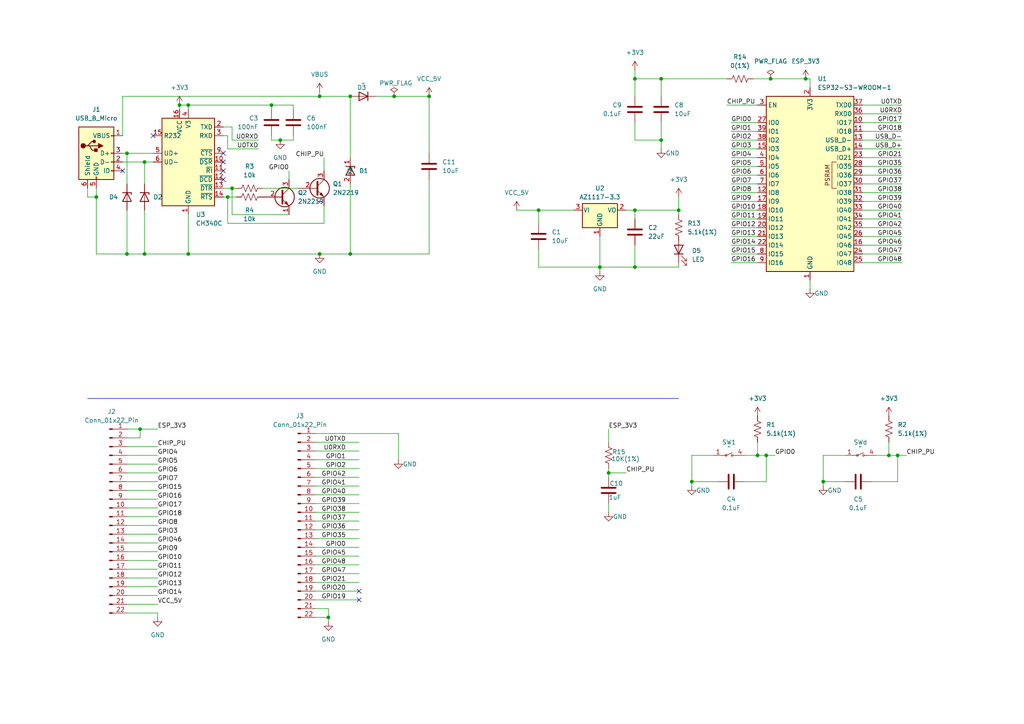
<source format=kicad_sch>
(kicad_sch (version 20231120) (generator "eeschema") (generator_version "8.0")
  (paper "A4")
  (lib_symbols
    (symbol "Button_1"
      (property "Reference" "SW" (at 0.508 0 0))
      (symbol "Button_1_1_1"
        (pin passive line (at -3.81 -2.54 0) (length 2.54) (name "") (number "1"))
        (pin no_connect line (at -1.27 -6.35 90) (length 2.54) hide (name "") (number "2"))
        (pin no_connect line (at 2.54 -6.35 90) (length 2.54) hide (name "") (number "3"))
        (pin passive line (at 5.08 -2.54 180) (length 2.54) (name "") (number "4"))
      )
    )
    (symbol "Connector:Conn_01x22_Pin" (pin_names (offset 1.016) hide)
      (property "Reference" "J" (at 0 27.94 0))
      (property "Value" "Conn_01x22_Pin" (at 0 -30.48 0))
      (symbol "Conn_01x22_Pin_1_1"
        (pin passive line (at 5.08 25.4 180) (length 3.81) (name "Pin_1") (number "1"))
        (pin passive line (at 5.08 2.54 180) (length 3.81) (name "Pin_10") (number "10"))
        (pin passive line (at 5.08 0 180) (length 3.81) (name "Pin_11") (number "11"))
        (pin passive line (at 5.08 -2.54 180) (length 3.81) (name "Pin_12") (number "12"))
        (pin passive line (at 5.08 -5.08 180) (length 3.81) (name "Pin_13") (number "13"))
        (pin passive line (at 5.08 -7.62 180) (length 3.81) (name "Pin_14") (number "14"))
        (pin passive line (at 5.08 -10.16 180) (length 3.81) (name "Pin_15") (number "15"))
        (pin passive line (at 5.08 -12.7 180) (length 3.81) (name "Pin_16") (number "16"))
        (pin passive line (at 5.08 -15.24 180) (length 3.81) (name "Pin_17") (number "17"))
        (pin passive line (at 5.08 -17.78 180) (length 3.81) (name "Pin_18") (number "18"))
        (pin passive line (at 5.08 -20.32 180) (length 3.81) (name "Pin_19") (number "19"))
        (pin passive line (at 5.08 22.86 180) (length 3.81) (name "Pin_2") (number "2"))
        (pin passive line (at 5.08 -22.86 180) (length 3.81) (name "Pin_20") (number "20"))
        (pin passive line (at 5.08 -25.4 180) (length 3.81) (name "Pin_21") (number "21"))
        (pin passive line (at 5.08 -27.94 180) (length 3.81) (name "Pin_22") (number "22"))
        (pin passive line (at 5.08 20.32 180) (length 3.81) (name "Pin_3") (number "3"))
        (pin passive line (at 5.08 17.78 180) (length 3.81) (name "Pin_4") (number "4"))
        (pin passive line (at 5.08 15.24 180) (length 3.81) (name "Pin_5") (number "5"))
        (pin passive line (at 5.08 12.7 180) (length 3.81) (name "Pin_6") (number "6"))
        (pin passive line (at 5.08 10.16 180) (length 3.81) (name "Pin_7") (number "7"))
        (pin passive line (at 5.08 7.62 180) (length 3.81) (name "Pin_8") (number "8"))
        (pin passive line (at 5.08 5.08 180) (length 3.81) (name "Pin_9") (number "9"))
      )
    )
    (symbol "Connector:USB_B_Micro" (pin_names (offset 1.016))
      (property "Reference" "J1" (at 0 12.7 0))
      (property "Value" "USB_B_Micro" (at 0 10.16 0))
      (symbol "USB_B_Micro_1_1"
        (pin power_out line (at 7.62 5.08 180) (length 2.54) (name "VBUS") (number "1"))
        (pin bidirectional line (at 7.62 -2.54 180) (length 2.54) (name "D-") (number "2"))
        (pin bidirectional line (at 7.62 0 180) (length 2.54) (name "D+") (number "3"))
        (pin passive line (at 7.62 -5.08 180) (length 2.54) (name "ID") (number "4"))
        (pin power_out line (at 0 -10.16 90) (length 2.54) (name "GND") (number "5"))
        (pin passive line (at -2.54 -10.16 90) (length 2.54) (name "Shield") (number "6"))
      )
    )
    (symbol "D_Zener_1" (pin_names (offset 1.016))
      (property "Reference" "D" (at 0 2.54 0))
      (property "Value" "D_Zener" (at 0 -2.54 0))
      (symbol "D_Zener_1_1_1"
        (pin passive line (at -3.81 0 0) (length 2.54) (name "K") (number "1"))
        (pin passive line (at 3.81 0 180) (length 2.54) (name "A") (number "2"))
      )
    )
    (symbol "Device:C" (pin_numbers hide) (pin_names (offset 0.254))
      (property "Reference" "C" (at 0.635 2.54 0))
      (property "Value" "C" (at 0.635 -2.54 0))
      (symbol "C_1_1"
        (pin passive line (at 0 3.81 270) (length 2.794) (name "~") (number "1"))
        (pin passive line (at 0 -3.81 90) (length 2.794) (name "~") (number "2"))
      )
    )
    (symbol "Device:D_Zener" (pin_numbers hide) (pin_names (offset 1.016) hide)
      (property "Reference" "D" (at 0 2.54 0))
      (property "Value" "D_Zener" (at 0 -2.54 0))
      (symbol "D_Zener_1_1"
        (pin passive line (at -3.81 0 0) (length 2.54) (name "K") (number "1"))
        (pin passive line (at 3.81 0 180) (length 2.54) (name "A") (number "2"))
      )
    )
    (symbol "Device:LED" (pin_numbers hide) (pin_names (offset 1.016) hide)
      (property "Reference" "D" (at 0 2.54 0))
      (property "Value" "LED" (at 0 -2.54 0))
      (symbol "LED_1_1"
        (pin passive line (at -3.81 0 0) (length 2.54) (name "K") (number "1"))
        (pin passive line (at 3.81 0 180) (length 2.54) (name "A") (number "2"))
      )
    )
    (symbol "Device:R_US" (pin_numbers hide) (pin_names (offset 0))
      (property "Reference" "R" (at 2.54 0 90))
      (property "Value" "R_US" (at -2.54 0 90))
      (symbol "R_US_1_1"
        (pin passive line (at 0 3.81 270) (length 1.27) (name "~") (number "1"))
        (pin passive line (at 0 -3.81 90) (length 1.27) (name "~") (number "2"))
      )
    )
    (symbol "Diode:US2AA" (pin_numbers hide) (pin_names hide)
      (property "Reference" "D" (at 0 2.54 0))
      (property "Value" "US2AA" (at 0 -2.54 0))
      (symbol "US2AA_1_1"
        (pin passive line (at -3.81 0 0) (length 2.54) (name "K") (number "1"))
        (pin passive line (at 3.81 0 180) (length 2.54) (name "A") (number "2"))
      )
    )
    (symbol "Interface_USB:CH340C"
      (property "Reference" "U" (at -5.08 13.97 0))
      (property "Value" "CH340C" (at 1.27 13.97 0))
      (symbol "CH340C_1_1"
        (pin power_in line (at 0 -15.24 90) (length 2.54) (name "GND") (number "1"))
        (pin input line (at 10.16 0 180) (length 2.54) (name "~{DSR}") (number "10"))
        (pin input line (at 10.16 -2.54 180) (length 2.54) (name "~{RI}") (number "11"))
        (pin input line (at 10.16 -5.08 180) (length 2.54) (name "~{DCD}") (number "12"))
        (pin output line (at 10.16 -7.62 180) (length 2.54) (name "~{DTR}") (number "13"))
        (pin output line (at 10.16 -10.16 180) (length 2.54) (name "~{RTS}") (number "14"))
        (pin input line (at -10.16 7.62 0) (length 2.54) (name "R232") (number "15"))
        (pin power_in line (at -2.54 15.24 270) (length 2.54) (name "VCC") (number "16"))
        (pin output line (at 10.16 10.16 180) (length 2.54) (name "TXD") (number "2"))
        (pin input line (at 10.16 7.62 180) (length 2.54) (name "RXD") (number "3"))
        (pin power_out line (at 0 15.24 270) (length 2.54) (name "V3") (number "4"))
        (pin bidirectional line (at -10.16 2.54 0) (length 2.54) (name "UD+") (number "5"))
        (pin bidirectional line (at -10.16 0 0) (length 2.54) (name "UD-") (number "6"))
        (pin no_connect line (at -7.62 -5.08 0) (length 2.54) hide (name "NC") (number "7"))
        (pin no_connect line (at -7.62 -7.62 0) (length 2.54) hide (name "NC") (number "8"))
        (pin input line (at 10.16 2.54 180) (length 2.54) (name "~{CTS}") (number "9"))
      )
    )
    (symbol "Library_project:Button"
      (property "Reference" "SW" (at 0.508 0 0))
      (symbol "Button_1_1"
        (pin passive line (at -3.81 -2.54 0) (length 2.54) (name "") (number "1"))
        (pin no_connect line (at -1.27 -6.35 90) (length 2.54) hide (name "") (number "2"))
        (pin no_connect line (at 2.54 -6.35 90) (length 2.54) hide (name "") (number "3"))
        (pin passive line (at 5.08 -2.54 180) (length 2.54) (name "") (number "4"))
      )
    )
    (symbol "RF_Module:ESP32-S3-WROOM-1"
      (property "Reference" "U" (at -12.7 26.67 0))
      (property "Value" "ESP32-S3-WROOM-1" (at 12.7 26.67 0))
      (symbol "ESP32-S3-WROOM-1_0_0"
        (text "PSRAM" (at 5.08 2.54 900) (effects (font (size 1.27 1.27))))
      )
      (symbol "ESP32-S3-WROOM-1_1_1"
        (pin power_in line (at 0 -27.94 90) (length 2.54) (name "GND") (number "1"))
        (pin bidirectional line (at 15.24 17.78 180) (length 2.54) (name "IO17") (number "10"))
        (pin bidirectional line (at 15.24 15.24 180) (length 2.54) (name "IO18") (number "11"))
        (pin bidirectional line (at -15.24 -2.54 0) (length 2.54) (name "IO8") (number "12"))
        (pin bidirectional line (at 15.24 12.7 180) (length 2.54) (name "USB_D-") (number "13"))
        (pin bidirectional line (at 15.24 10.16 180) (length 2.54) (name "USB_D+") (number "14"))
        (pin bidirectional line (at -15.24 10.16 0) (length 2.54) (name "IO3") (number "15"))
        (pin bidirectional line (at 15.24 -17.78 180) (length 2.54) (name "IO46") (number "16"))
        (pin bidirectional line (at -15.24 -5.08 0) (length 2.54) (name "IO9") (number "17"))
        (pin bidirectional line (at -15.24 -7.62 0) (length 2.54) (name "IO10") (number "18"))
        (pin bidirectional line (at -15.24 -10.16 0) (length 2.54) (name "IO11") (number "19"))
        (pin power_in line (at 0 27.94 270) (length 2.54) (name "3V3") (number "2"))
        (pin bidirectional line (at -15.24 -12.7 0) (length 2.54) (name "IO12") (number "20"))
        (pin bidirectional line (at -15.24 -15.24 0) (length 2.54) (name "IO13") (number "21"))
        (pin bidirectional line (at -15.24 -17.78 0) (length 2.54) (name "IO14") (number "22"))
        (pin bidirectional line (at 15.24 7.62 180) (length 2.54) (name "IO21") (number "23"))
        (pin bidirectional line (at 15.24 -20.32 180) (length 2.54) (name "IO47") (number "24"))
        (pin bidirectional line (at 15.24 -22.86 180) (length 2.54) (name "IO48") (number "25"))
        (pin bidirectional line (at 15.24 -15.24 180) (length 2.54) (name "IO45") (number "26"))
        (pin bidirectional line (at -15.24 17.78 0) (length 2.54) (name "IO0") (number "27"))
        (pin bidirectional line (at 15.24 5.08 180) (length 2.54) (name "IO35") (number "28"))
        (pin bidirectional line (at 15.24 2.54 180) (length 2.54) (name "IO36") (number "29"))
        (pin input line (at -15.24 22.86 0) (length 2.54) (name "EN") (number "3"))
        (pin bidirectional line (at 15.24 0 180) (length 2.54) (name "IO37") (number "30"))
        (pin bidirectional line (at 15.24 -2.54 180) (length 2.54) (name "IO38") (number "31"))
        (pin bidirectional line (at 15.24 -5.08 180) (length 2.54) (name "IO39") (number "32"))
        (pin bidirectional line (at 15.24 -7.62 180) (length 2.54) (name "IO40") (number "33"))
        (pin bidirectional line (at 15.24 -10.16 180) (length 2.54) (name "IO41") (number "34"))
        (pin bidirectional line (at 15.24 -12.7 180) (length 2.54) (name "IO42") (number "35"))
        (pin bidirectional line (at 15.24 20.32 180) (length 2.54) (name "RXD0") (number "36"))
        (pin bidirectional line (at 15.24 22.86 180) (length 2.54) (name "TXD0") (number "37"))
        (pin bidirectional line (at -15.24 12.7 0) (length 2.54) (name "IO2") (number "38"))
        (pin bidirectional line (at -15.24 15.24 0) (length 2.54) (name "IO1") (number "39"))
        (pin bidirectional line (at -15.24 7.62 0) (length 2.54) (name "IO4") (number "4"))
        (pin passive line (at 0 -27.94 90) (length 2.54) hide (name "GND") (number "40"))
        (pin passive line (at 0 -27.94 90) (length 2.54) hide (name "GND") (number "41"))
        (pin bidirectional line (at -15.24 5.08 0) (length 2.54) (name "IO5") (number "5"))
        (pin bidirectional line (at -15.24 2.54 0) (length 2.54) (name "IO6") (number "6"))
        (pin bidirectional line (at -15.24 0 0) (length 2.54) (name "IO7") (number "7"))
        (pin bidirectional line (at -15.24 -20.32 0) (length 2.54) (name "IO15") (number "8"))
        (pin bidirectional line (at -15.24 -22.86 0) (length 2.54) (name "IO16") (number "9"))
      )
    )
    (symbol "Regulator_Linear:AZ1117-3.3" (pin_names (offset 0.254))
      (property "Reference" "U" (at -3.81 3.175 0))
      (property "Value" "AZ1117-3.3" (at 0 3.175 0))
      (symbol "AZ1117-3.3_1_1"
        (pin power_in line (at 0 -7.62 90) (length 2.54) (name "GND") (number "1"))
        (pin power_out line (at 7.62 0 180) (length 2.54) (name "VO") (number "2"))
        (pin power_in line (at -7.62 0 0) (length 2.54) (name "VI") (number "3"))
      )
    )
    (symbol "Transistor_BJT:2N2219" (pin_names (offset 0) hide)
      (property "Reference" "Q" (at 5.08 1.905 0))
      (property "Value" "2N2219" (at 5.08 0 0))
      (symbol "2N2219_1_1"
        (pin passive line (at 2.54 -5.08 90) (length 2.54) (name "E") (number "1"))
        (pin passive line (at -5.08 0 0) (length 5.715) (name "B") (number "2"))
        (pin passive line (at 2.54 5.08 270) (length 2.54) (name "C") (number "3"))
      )
    )
    (symbol "power:+3V3" (power) (pin_numbers hide) (pin_names (offset 0) hide)
      (property "Value" "+3V3" (at 0 3.556 0))
      (symbol "+3V3_1_1"
        (pin power_in line (at 0 0 90) (length 0) (name "~") (number "1"))
      )
    )
    (symbol "power:GND" (power) (pin_numbers hide) (pin_names (offset 0) hide)
      (property "Value" "GND" (at 0 -3.81 0))
      (symbol "GND_1_1"
        (pin power_in line (at 0 0 270) (length 0) (name "~") (number "1"))
      )
    )
    (symbol "power:PWR_FLAG" (power) (pin_numbers hide) (pin_names (offset 0) hide)
      (property "Value" "PWR_FLAG" (at 0 3.81 0))
      (symbol "PWR_FLAG_0_0"
        (pin power_out line (at 0 0 90) (length 0) (name "~") (number "1"))
      )
    )
    (symbol "power:VBUS" (power) (pin_numbers hide) (pin_names (offset 0) hide)
      (property "Value" "VBUS" (at 0 3.556 0))
      (symbol "VBUS_1_1"
        (pin power_in line (at 0 0 90) (length 0) (name "~") (number "1"))
      )
    )
  )
  (junction (at 67.31 54.61))
  (junction (at 233.68 22.86))
  (junction (at 238.76 139.7))
  (junction (at 41.91 73.66))
  (junction (at 95.25 179.07))
  (junction (at 222.25 132.08))
  (junction (at 191.77 22.86))
  (junction (at 36.83 73.66))
  (junction (at 173.99 77.47))
  (junction (at 27.94 57.15))
  (junction (at 200.66 139.7))
  (junction (at 52.07 30.48))
  (junction (at 81.28 40.64))
  (junction (at 101.6 27.94))
  (junction (at 184.15 22.86))
  (junction (at 78.74 30.48))
  (junction (at 176.53 137.16))
  (junction (at 54.61 30.48))
  (junction (at 219.71 132.08))
  (junction (at 66.04 57.15))
  (junction (at 223.52 22.86))
  (junction (at 92.71 27.94))
  (junction (at 41.91 46.99))
  (junction (at 92.71 73.66))
  (junction (at 257.81 132.08))
  (junction (at 260.35 132.08))
  (junction (at 156.21 60.96))
  (junction (at 36.83 44.45))
  (junction (at 40.64 124.46))
  (junction (at 124.46 27.94))
  (junction (at 196.85 60.96))
  (junction (at 191.77 40.64))
  (junction (at 54.61 73.66))
  (junction (at 101.6 73.66))
  (junction (at 184.15 77.47))
  (junction (at 114.3 27.94))
  (junction (at 184.15 60.96))
  (no_connect (at 104.14 173.99))
  (no_connect (at 104.14 171.45))
  (no_connect (at 64.77 49.53))
  (no_connect (at 64.77 52.07))
  (no_connect (at 64.77 46.99))
  (no_connect (at 35.56 49.53))
  (no_connect (at 64.77 44.45))
  (no_connect (at 44.45 39.37))
  (wire (pts (xy 173.99 68.58) (xy 173.99 77.47)))
  (wire (pts (xy 67.31 36.83) (xy 64.77 36.83)))
  (wire (pts (xy 176.53 146.05) (xy 176.53 148.59)))
  (wire (pts (xy 156.21 72.39) (xy 156.21 77.47)))
  (wire (pts (xy 156.21 60.96) (xy 166.37 60.96)))
  (wire (pts (xy 92.71 26.67) (xy 92.71 27.94)))
  (wire (pts (xy 78.74 31.75) (xy 78.74 30.48)))
  (wire (pts (xy 222.25 132.08) (xy 222.25 139.7)))
  (wire (pts (xy 64.77 54.61) (xy 67.31 54.61)))
  (wire (pts (xy 35.56 27.94) (xy 35.56 39.37)))
  (wire (pts (xy 181.61 60.96) (xy 184.15 60.96)))
  (wire (pts (xy 234.95 83.82) (xy 234.95 81.28)))
  (wire (pts (xy 184.15 60.96) (xy 196.85 60.96)))
  (wire (pts (xy 91.44 173.99) (xy 104.14 173.99)))
  (wire (pts (xy 261.62 73.66) (xy 250.19 73.66)))
  (wire (pts (xy 91.44 153.67) (xy 104.14 153.67)))
  (wire (pts (xy 83.82 49.53) (xy 83.82 52.07)))
  (wire (pts (xy 261.62 66.04) (xy 250.19 66.04)))
  (wire (pts (xy 200.66 140.97) (xy 200.66 139.7)))
  (wire (pts (xy 212.09 63.5) (xy 219.71 63.5)))
  (wire (pts (xy 233.68 22.86) (xy 234.95 22.86)))
  (wire (pts (xy 234.95 25.4) (xy 234.95 22.86)))
  (wire (pts (xy 85.09 30.48) (xy 78.74 30.48)))
  (wire (pts (xy 260.35 132.08) (xy 260.35 139.7)))
  (wire (pts (xy 54.61 30.48) (xy 52.07 30.48)))
  (wire (pts (xy 212.09 73.66) (xy 219.71 73.66)))
  (wire (pts (xy 36.83 157.48) (xy 45.72 157.48)))
  (wire (pts (xy 250.19 35.56) (xy 261.62 35.56)))
  (wire (pts (xy 184.15 60.96) (xy 184.15 63.5)))
  (wire (pts (xy 91.44 168.91) (xy 104.14 168.91)))
  (wire (pts (xy 67.31 40.64) (xy 67.31 36.83)))
  (wire (pts (xy 36.83 73.66) (xy 41.91 73.66)))
  (wire (pts (xy 25.4 57.15) (xy 27.94 57.15)))
  (wire (pts (xy 261.62 71.12) (xy 250.19 71.12)))
  (wire (pts (xy 93.98 45.72) (xy 93.98 49.53)))
  (wire (pts (xy 124.46 27.94) (xy 124.46 44.45)))
  (wire (pts (xy 36.83 175.26) (xy 45.72 175.26)))
  (wire (pts (xy 91.44 163.83) (xy 104.14 163.83)))
  (wire (pts (xy 176.53 124.46) (xy 176.53 128.27)))
  (wire (pts (xy 35.56 46.99) (xy 41.91 46.99)))
  (wire (pts (xy 36.83 144.78) (xy 45.72 144.78)))
  (wire (pts (xy 36.83 154.94) (xy 45.72 154.94)))
  (wire (pts (xy 54.61 30.48) (xy 78.74 30.48)))
  (wire (pts (xy 222.25 132.08) (xy 224.79 132.08)))
  (wire (pts (xy 184.15 71.12) (xy 184.15 77.47)))
  (wire (pts (xy 95.25 179.07) (xy 95.25 176.53)))
  (wire (pts (xy 260.35 132.08) (xy 262.89 132.08)))
  (wire (pts (xy 257.81 132.08) (xy 260.35 132.08)))
  (wire (pts (xy 261.62 45.72) (xy 250.19 45.72)))
  (wire (pts (xy 184.15 20.32) (xy 184.15 22.86)))
  (wire (pts (xy 218.44 22.86) (xy 223.52 22.86)))
  (wire (pts (xy 66.04 43.18) (xy 66.04 39.37)))
  (wire (pts (xy 36.83 134.62) (xy 45.72 134.62)))
  (wire (pts (xy 36.83 162.56) (xy 45.72 162.56)))
  (wire (pts (xy 212.09 60.96) (xy 219.71 60.96)))
  (wire (pts (xy 92.71 73.66) (xy 101.6 73.66)))
  (wire (pts (xy 91.44 166.37) (xy 104.14 166.37)))
  (wire (pts (xy 36.83 137.16) (xy 45.72 137.16)))
  (wire (pts (xy 212.09 58.42) (xy 219.71 58.42)))
  (wire (pts (xy 36.83 139.7) (xy 45.72 139.7)))
  (wire (pts (xy 191.77 22.86) (xy 210.82 22.86)))
  (wire (pts (xy 219.71 132.08) (xy 222.25 132.08)))
  (wire (pts (xy 76.2 54.61) (xy 86.36 54.61)))
  (wire (pts (xy 36.83 147.32) (xy 45.72 147.32)))
  (wire (pts (xy 261.62 76.2) (xy 250.19 76.2)))
  (wire (pts (xy 52.07 30.48) (xy 52.07 31.75)))
  (wire (pts (xy 41.91 46.99) (xy 41.91 53.34)))
  (wire (pts (xy 91.44 158.75) (xy 104.14 158.75)))
  (wire (pts (xy 85.09 40.64) (xy 81.28 40.64)))
  (wire (pts (xy 223.52 22.86) (xy 233.68 22.86)))
  (wire (pts (xy 54.61 73.66) (xy 92.71 73.66)))
  (wire (pts (xy 91.44 140.97) (xy 104.14 140.97)))
  (wire (pts (xy 196.85 57.15) (xy 196.85 60.96)))
  (wire (pts (xy 184.15 77.47) (xy 196.85 77.47)))
  (wire (pts (xy 176.53 137.16) (xy 176.53 138.43)))
  (wire (pts (xy 207.01 132.08) (xy 200.66 132.08)))
  (wire (pts (xy 40.64 127) (xy 40.64 124.46)))
  (wire (pts (xy 200.66 132.08) (xy 200.66 139.7)))
  (wire (pts (xy 91.44 148.59) (xy 104.14 148.59)))
  (wire (pts (xy 91.44 133.35) (xy 104.14 133.35)))
  (wire (pts (xy 41.91 60.96) (xy 41.91 73.66)))
  (wire (pts (xy 212.09 40.64) (xy 219.71 40.64)))
  (wire (pts (xy 261.62 50.8) (xy 250.19 50.8)))
  (polyline (pts (xy 25.4 115.57) (xy 196.85 115.57)))
  (wire (pts (xy 41.91 73.66) (xy 54.61 73.66)))
  (wire (pts (xy 68.58 54.61) (xy 67.31 54.61)))
  (wire (pts (xy 156.21 60.96) (xy 156.21 64.77)))
  (wire (pts (xy 91.44 138.43) (xy 104.14 138.43)))
  (wire (pts (xy 191.77 22.86) (xy 191.77 27.94)))
  (wire (pts (xy 36.83 124.46) (xy 40.64 124.46)))
  (wire (pts (xy 40.64 124.46) (xy 45.72 124.46)))
  (wire (pts (xy 36.83 44.45) (xy 44.45 44.45)))
  (wire (pts (xy 250.19 43.18) (xy 261.62 43.18)))
  (wire (pts (xy 196.85 62.23) (xy 196.85 60.96)))
  (wire (pts (xy 36.83 142.24) (xy 45.72 142.24)))
  (wire (pts (xy 252.73 139.7) (xy 260.35 139.7)))
  (wire (pts (xy 91.44 161.29) (xy 104.14 161.29)))
  (wire (pts (xy 44.45 46.99) (xy 41.91 46.99)))
  (wire (pts (xy 196.85 69.85) (xy 196.85 68.58)))
  (wire (pts (xy 257.81 128.27) (xy 257.81 132.08)))
  (wire (pts (xy 91.44 171.45) (xy 104.14 171.45)))
  (wire (pts (xy 238.76 140.97) (xy 238.76 139.7)))
  (wire (pts (xy 212.09 53.34) (xy 219.71 53.34)))
  (wire (pts (xy 54.61 62.23) (xy 54.61 73.66)))
  (wire (pts (xy 85.09 31.75) (xy 85.09 30.48)))
  (wire (pts (xy 215.9 139.7) (xy 222.25 139.7)))
  (wire (pts (xy 261.62 68.58) (xy 250.19 68.58)))
  (wire (pts (xy 91.44 130.81) (xy 104.14 130.81)))
  (wire (pts (xy 54.61 30.48) (xy 54.61 31.75)))
  (wire (pts (xy 250.19 40.64) (xy 261.62 40.64)))
  (wire (pts (xy 212.09 45.72) (xy 219.71 45.72)))
  (wire (pts (xy 36.83 127) (xy 40.64 127)))
  (wire (pts (xy 36.83 165.1) (xy 45.72 165.1)))
  (wire (pts (xy 212.09 43.18) (xy 219.71 43.18)))
  (wire (pts (xy 250.19 33.02) (xy 261.62 33.02)))
  (wire (pts (xy 67.31 54.61) (xy 67.31 62.23)))
  (wire (pts (xy 261.62 48.26) (xy 250.19 48.26)))
  (wire (pts (xy 212.09 55.88) (xy 219.71 55.88)))
  (wire (pts (xy 101.6 27.94) (xy 101.6 45.72)))
  (wire (pts (xy 254 132.08) (xy 257.81 132.08)))
  (wire (pts (xy 95.25 180.34) (xy 95.25 179.07)))
  (wire (pts (xy 261.62 53.34) (xy 250.19 53.34)))
  (wire (pts (xy 212.09 66.04) (xy 219.71 66.04)))
  (wire (pts (xy 66.04 39.37) (xy 64.77 39.37)))
  (wire (pts (xy 173.99 77.47) (xy 156.21 77.47)))
  (wire (pts (xy 35.56 44.45) (xy 36.83 44.45)))
  (wire (pts (xy 95.25 176.53) (xy 91.44 176.53)))
  (wire (pts (xy 212.09 76.2) (xy 219.71 76.2)))
  (wire (pts (xy 36.83 160.02) (xy 45.72 160.02)))
  (wire (pts (xy 36.83 149.86) (xy 45.72 149.86)))
  (wire (pts (xy 66.04 64.77) (xy 66.04 57.15)))
  (wire (pts (xy 27.94 73.66) (xy 36.83 73.66)))
  (wire (pts (xy 184.15 40.64) (xy 191.77 40.64)))
  (wire (pts (xy 92.71 27.94) (xy 101.6 27.94)))
  (wire (pts (xy 64.77 57.15) (xy 66.04 57.15)))
  (wire (pts (xy 78.74 40.64) (xy 81.28 40.64)))
  (wire (pts (xy 196.85 76.2) (xy 196.85 77.47)))
  (wire (pts (xy 25.4 54.61) (xy 25.4 57.15)))
  (wire (pts (xy 85.09 39.37) (xy 85.09 40.64)))
  (wire (pts (xy 210.82 30.48) (xy 219.71 30.48)))
  (wire (pts (xy 114.3 27.94) (xy 124.46 27.94)))
  (wire (pts (xy 238.76 139.7) (xy 245.11 139.7)))
  (wire (pts (xy 91.44 146.05) (xy 104.14 146.05)))
  (wire (pts (xy 74.93 40.64) (xy 67.31 40.64)))
  (wire (pts (xy 83.82 62.23) (xy 67.31 62.23)))
  (wire (pts (xy 36.83 170.18) (xy 45.72 170.18)))
  (wire (pts (xy 36.83 129.54) (xy 45.72 129.54)))
  (wire (pts (xy 184.15 22.86) (xy 191.77 22.86)))
  (wire (pts (xy 91.44 143.51) (xy 104.14 143.51)))
  (wire (pts (xy 27.94 54.61) (xy 27.94 57.15)))
  (wire (pts (xy 78.74 39.37) (xy 78.74 40.64)))
  (wire (pts (xy 115.57 125.73) (xy 115.57 133.35)))
  (wire (pts (xy 36.83 167.64) (xy 45.72 167.64)))
  (wire (pts (xy 109.22 27.94) (xy 114.3 27.94)))
  (wire (pts (xy 91.44 135.89) (xy 104.14 135.89)))
  (wire (pts (xy 245.11 132.08) (xy 238.76 132.08)))
  (wire (pts (xy 45.72 177.8) (xy 36.83 177.8)))
  (wire (pts (xy 91.44 151.13) (xy 104.14 151.13)))
  (wire (pts (xy 124.46 52.07) (xy 124.46 73.66)))
  (wire (pts (xy 212.09 50.8) (xy 219.71 50.8)))
  (wire (pts (xy 215.9 132.08) (xy 219.71 132.08)))
  (wire (pts (xy 66.04 57.15) (xy 68.58 57.15)))
  (wire (pts (xy 219.71 128.27) (xy 219.71 132.08)))
  (wire (pts (xy 93.98 64.77) (xy 66.04 64.77)))
  (wire (pts (xy 212.09 71.12) (xy 219.71 71.12)))
  (wire (pts (xy 200.66 139.7) (xy 208.28 139.7)))
  (wire (pts (xy 91.44 179.07) (xy 95.25 179.07)))
  (wire (pts (xy 36.83 132.08) (xy 45.72 132.08)))
  (wire (pts (xy 212.09 48.26) (xy 219.71 48.26)))
  (wire (pts (xy 212.09 68.58) (xy 219.71 68.58)))
  (wire (pts (xy 212.09 35.56) (xy 219.71 35.56)))
  (wire (pts (xy 184.15 40.64) (xy 184.15 35.56)))
  (wire (pts (xy 176.53 137.16) (xy 181.61 137.16)))
  (wire (pts (xy 91.44 128.27) (xy 104.14 128.27)))
  (wire (pts (xy 250.19 58.42) (xy 261.62 58.42)))
  (wire (pts (xy 101.6 73.66) (xy 124.46 73.66)))
  (wire (pts (xy 93.98 59.69) (xy 93.98 64.77)))
  (wire (pts (xy 36.83 60.96) (xy 36.83 73.66)))
  (wire (pts (xy 91.44 125.73) (xy 115.57 125.73)))
  (wire (pts (xy 212.09 38.1) (xy 219.71 38.1)))
  (wire (pts (xy 173.99 78.74) (xy 173.99 77.47)))
  (wire (pts (xy 27.94 73.66) (xy 27.94 57.15)))
  (wire (pts (xy 261.62 38.1) (xy 250.19 38.1)))
  (wire (pts (xy 45.72 179.07) (xy 45.72 177.8)))
  (wire (pts (xy 36.83 172.72) (xy 45.72 172.72)))
  (wire (pts (xy 184.15 77.47) (xy 173.99 77.47)))
  (wire (pts (xy 35.56 27.94) (xy 92.71 27.94)))
  (wire (pts (xy 149.86 60.96) (xy 156.21 60.96)))
  (wire (pts (xy 36.83 152.4) (xy 45.72 152.4)))
  (wire (pts (xy 191.77 40.64) (xy 191.77 43.18)))
  (wire (pts (xy 91.44 156.21) (xy 104.14 156.21)))
  (wire (pts (xy 184.15 27.94) (xy 184.15 22.86)))
  (wire (pts (xy 191.77 35.56) (xy 191.77 40.64)))
  (wire (pts (xy 261.62 63.5) (xy 250.19 63.5)))
  (wire (pts (xy 261.62 55.88) (xy 250.19 55.88)))
  (wire (pts (xy 261.62 60.96) (xy 250.19 60.96)))
  (wire (pts (xy 36.83 44.45) (xy 36.83 53.34)))
  (wire (pts (xy 74.93 43.18) (xy 66.04 43.18)))
  (wire (pts (xy 176.53 135.89) (xy 176.53 137.16)))
  (wire (pts (xy 250.19 30.48) (xy 261.62 30.48)))
  (wire (pts (xy 238.76 132.08) (xy 238.76 139.7)))
  (wire (pts (xy 101.6 53.34) (xy 101.6 73.66)))
  (label "GPIO15" (at 212.09 73.66 0))
  (label "GPIO39" (at 261.62 58.42 180))
  (label "GPIO17" (at 261.62 35.56 180))
  (label "GPIO38" (at 100.33 148.59 180))
  (label "GPIO5" (at 212.09 48.26 0))
  (label "GPIO4" (at 212.09 45.72 0))
  (label "GPIO21" (at 100.33 168.91 180))
  (label "GPIO38" (at 261.62 55.88 180))
  (label "GPIO16" (at 212.09 76.2 0))
  (label "USB_D+" (at 261.62 43.18 180))
  (label "U0RXD" (at 100.33 130.81 180))
  (label "GPIO37" (at 100.33 151.13 180))
  (label "GPIO10" (at 212.09 60.96 0))
  (label "USB_D-" (at 261.62 40.64 180))
  (label "GPIO12" (at 45.72 167.64 0))
  (label "ESP_3V3" (at 176.53 124.46 0))
  (label "GPIO0" (at 83.82 49.53 180))
  (label "CHIP_PU" (at 181.61 137.16 0))
  (label "ESP_3V3" (at 45.72 124.46 0))
  (label "GPIO11" (at 212.09 63.5 0))
  (label "GPIO3" (at 212.09 43.18 0))
  (label "GPIO14" (at 45.72 172.72 0))
  (label "GPIO13" (at 212.09 68.58 0))
  (label "GPIO37" (at 261.62 53.34 180))
  (label "GPIO13" (at 45.72 170.18 0))
  (label "GPIO7" (at 212.09 53.34 0))
  (label "GPIO6" (at 212.09 50.8 0))
  (label "GPIO47" (at 100.33 166.37 180))
  (label "GPIO16" (at 45.72 144.78 0))
  (label "GPIO2" (at 100.33 135.89 180))
  (label "CHIP_PU" (at 262.89 132.08 0))
  (label "GPIO9" (at 212.09 58.42 0))
  (label "GPIO9" (at 45.72 160.02 0))
  (label "GPIO3" (at 45.72 154.94 0))
  (label "GPIO6" (at 45.72 137.16 0))
  (label "U0RXD" (at 74.93 40.64 180))
  (label "GPIO41" (at 100.33 140.97 180))
  (label "CHIP_PU" (at 210.82 30.48 0))
  (label "CHIP_PU" (at 45.72 129.54 0))
  (label "GPIO18" (at 261.62 38.1 180))
  (label "GPIO1" (at 100.33 133.35 180))
  (label "GPIO17" (at 45.72 147.32 0))
  (label "GPIO45" (at 100.33 161.29 180))
  (label "GPIO41" (at 261.62 63.5 180))
  (label "GPIO42" (at 100.33 138.43 180))
  (label "CHIP_PU" (at 93.98 45.72 180))
  (label "GPIO36" (at 261.62 50.8 180))
  (label "GPIO47" (at 261.62 73.66 180))
  (label "GPIO20" (at 100.33 171.45 180))
  (label "GPIO10" (at 45.72 162.56 0))
  (label "GPIO46" (at 261.62 71.12 180))
  (label "GPIO45" (at 261.62 68.58 180))
  (label "GPIO1" (at 212.09 38.1 0))
  (label "GPIO48" (at 261.62 76.2 180))
  (label "GPIO40" (at 261.62 60.96 180))
  (label "GPIO8" (at 212.09 55.88 0))
  (label "GPIO15" (at 45.72 142.24 0))
  (label "GPIO5" (at 45.72 134.62 0))
  (label "GPIO42" (at 261.62 66.04 180))
  (label "GPIO12" (at 212.09 66.04 0))
  (label "GPIO11" (at 45.72 165.1 0))
  (label "GPIO19" (at 100.33 173.99 180))
  (label "GPIO0" (at 212.09 35.56 0))
  (label "GPIO40" (at 100.33 143.51 180))
  (label "GPIO21" (at 261.62 45.72 180))
  (label "VCC_5V" (at 45.72 175.26 0))
  (label "U0TXD" (at 74.93 43.18 180))
  (label "GPIO14" (at 212.09 71.12 0))
  (label "U0TXD" (at 100.33 128.27 180))
  (label "GPIO2" (at 212.09 40.64 0))
  (label "U0TXD" (at 261.62 30.48 180))
  (label "GPIO18" (at 45.72 149.86 0))
  (label "GPIO0" (at 224.79 132.08 0))
  (label "GPIO46" (at 45.72 157.48 0))
  (label "U0RXD" (at 261.62 33.02 180))
  (label "GPIO8" (at 45.72 152.4 0))
  (label "GPIO48" (at 100.33 163.83 180))
  (label "GPIO0" (at 100.33 158.75 180))
  (label "GPIO39" (at 100.33 146.05 180))
  (label "GPIO35" (at 100.33 156.21 180))
  (label "GPIO4" (at 45.72 132.08 0))
  (label "GPIO7" (at 45.72 139.7 0))
  (label "GPIO35" (at 261.62 48.26 180))
  (label "GPIO36" (at 100.33 153.67 180))
  (symbol (lib_id "Connector:USB_B_Micro") (at 27.94 44.45 0) (unit 1)
    (property "Reference" "J1" (at 27.94 31.75 0))
    (property "Value" "USB_B_Micro" (at 27.94 34.29 0))
    (property "Footprint" "FootprintLibrary:USB2.0(10118193)" (effects (hide yes)))
    (property "Datasheet" "https://cdn.amphenol-cs.com/media/wysiwyg/files/documentation/datasheet/inputoutput/io_usb_micro.pdf" (effects (hide yes)))
    (property "Description" "USB Micro Type B connector" (effects (hide yes)))
  )
  (symbol (lib_id "power:+3V3") (at 52.07 30.48 0) (unit 1)
    (property "Reference" "#PWR01" (effects (hide yes)))
    (property "Value" "+3V3" (at 52.07 25.4 0))
    (property "Description" "Power symbol creates a global label with name \"+3V3\"" (effects (hide yes)))
  )
  (symbol (lib_id "Interface_USB:CH340C") (at 54.61 46.99 0) (unit 1)
    (property "Reference" "U3" (at 56.8041 62.23 0) (effects (justify left)))
    (property "Value" "CH340C" (at 56.8041 64.77 0) (effects (justify left)))
    (property "Footprint" "Package_SO:SOIC-16_3.9x9.9mm_P1.27mm" (effects (hide yes)))
    (property "Datasheet" "https://datasheet.lcsc.com/szlcsc/Jiangsu-Qin-Heng-CH340C_C84681.pdf" (effects (hide yes)))
    (property "Description" "USB serial converter, crystal-less, UART, SOIC-16" (effects (hide yes)))
  )
  (symbol (lib_id "Device:R_US") (at 196.85 66.04 180) (unit 1)
    (property "Reference" "R13" (at 199.39 64.7699 0) (effects (justify right)))
    (property "Value" "5.1k(1%)" (at 199.39 67.3099 0) (effects (justify right)))
    (property "Footprint" "Resistor_SMD:R_0805_2012Metric" (effects (hide yes)))
    (property "Datasheet" "https://www.yageo.com/upload/media/product/products/datasheet/rchip/PYu-RC_Group_51_RoHS_L_12.pdf" (effects (hide yes)))
    (property "Description" "Resistor, US symbol" (effects (hide yes)))
  )
  (symbol (lib_id "Transistor_BJT:2N2219") (at 91.44 54.61 0) (unit 1)
    (property "Reference" "Q1" (at 96.52 53.3399 0) (effects (justify left)))
    (property "Value" "2N2219" (at 96.52 55.8799 0) (effects (justify left)))
    (property "Footprint" "FootprintLibrary:BSR14" (effects (hide yes)))
    (property "Datasheet" "http://www.onsemi.com/pub_link/Collateral/2N2219-D.PDF" (effects (hide yes)))
    (property "Description" "800mA Ic, 50V Vce, NPN Transistor, TO-39" (effects (hide yes)))
  )
  (symbol (lib_id "Device:R_US") (at 257.81 124.46 180) (unit 1)
    (property "Reference" "R2" (at 260.35 123.1899 0) (effects (justify right)))
    (property "Value" "5.1k(1%)" (at 260.35 125.7299 0) (effects (justify right)))
    (property "Footprint" "Resistor_SMD:R_0805_2012Metric" (effects (hide yes)))
    (property "Datasheet" "https://www.yageo.com/upload/media/product/products/datasheet/rchip/PYu-RC_Group_51_RoHS_L_12.pdf" (effects (hide yes)))
    (property "Description" "Resistor, US symbol" (effects (hide yes)))
  )
  (symbol (lib_id "power:GND") (at 92.71 73.66 0) (unit 1)
    (property "Reference" "#PWR02" (effects (hide yes)))
    (property "Value" "GND" (at 92.71 78.74 0))
    (property "Description" "Power symbol creates a global label with name \"GND\" , ground" (effects (hide yes)))
  )
  (symbol (lib_id "Device:C") (at 156.21 68.58 0) (unit 1)
    (property "Reference" "C1" (at 160.02 67.3099 0) (effects (justify left)))
    (property "Value" "10uF" (at 160.02 69.8499 0) (effects (justify left)))
    (property "Footprint" "FootprintLibrary:C_10uF" (effects (hide yes)))
    (property "Datasheet" "https://search.murata.co.jp/Ceramy/image/img/A01X/G101/ENG/GRM21BR61C106KE15-01.pdf" (effects (hide yes)))
    (property "Description" "Unpolarized capacitor" (effects (hide yes)))
  )
  (symbol (lib_id "Connector:Conn_01x22_Pin") (at 31.75 149.86 0) (unit 1)
    (property "Reference" "J2" (at 32.385 119.38 0))
    (property "Value" "Conn_01x22_Pin" (at 32.385 121.92 0))
    (property "Footprint" "Connector_PinHeader_2.54mm:PinHeader_1x22_P2.54mm_Vertical" (effects (hide yes)))
    (property "Datasheet" "https://suddendocs.samtec.com/catalog_english/td.pdf" (effects (hide yes)))
    (property "Description" "Generic connector, single row, 01x22, script generated" (effects (hide yes)))
  )
  (symbol (lib_id "power:PWR_FLAG") (at 223.52 22.86 0) (unit 1)
    (property "Reference" "#FLG04" (effects (hide yes)))
    (property "Value" "PWR_FLAG" (at 223.52 17.78 0))
    (property "Description" "Special symbol for telling ERC where power comes from" (effects (hide yes)))
  )
  (symbol (lib_id "power:GND") (at 95.25 180.34 0) (unit 1)
    (property "Reference" "#PWR07" (effects (hide yes)))
    (property "Value" "GND" (at 95.25 185.42 0))
    (property "Description" "Power symbol creates a global label with name \"GND\" , ground" (effects (hide yes)))
  )
  (symbol (lib_id "power:GND") (at 176.53 148.59 0) (unit 1)
    (property "Reference" "#PWR015" (effects (hide yes)))
    (property "Value" "GND" (at 179.832 149.86 0))
    (property "Description" "Power symbol creates a global label with name \"GND\" , ground" (effects (hide yes)))
  )
  (symbol (lib_id "power:GND") (at 115.57 133.35 0) (unit 1)
    (property "Reference" "#PWR022" (effects (hide yes)))
    (property "Value" "GND" (at 118.872 134.62 0))
    (property "Description" "Power symbol creates a global label with name \"GND\" , ground" (effects (hide yes)))
  )
  (symbol (lib_id "power:+3V3") (at 184.15 20.32 0) (unit 1)
    (property "Reference" "#PWR011" (effects (hide yes)))
    (property "Value" "+3V3" (at 184.15 15.24 0))
    (property "Description" "Power symbol creates a global label with name \"+3V3\"" (effects (hide yes)))
  )
  (symbol (lib_id "Device:R_US") (at 72.39 54.61 90) (unit 1)
    (property "Reference" "R3" (at 72.39 48.26 90))
    (property "Value" "10k" (at 72.39 50.8 90))
    (property "Footprint" "FootprintLibrary:R_10k(1%)" (effects (hide yes)))
    (property "Datasheet" "https://www.seielect.com/catalog/sei-rmcf_rmcp.pdf" (effects (hide yes)))
    (property "Description" "Resistor, US symbol" (effects (hide yes)))
  )
  (symbol (lib_id "Device:D_Zener") (at 41.91 57.15 270) (unit 1)
    (property "Reference" "D2" (at 44.45 57.1499 90) (effects (justify left)))
    (property "Value" "SMA6J58CA-Q" (effects (hide yes)))
    (property "Footprint" "FootprintLibrary:CR_041-1JY_STM" (effects (hide yes)))
    (property "Datasheet" "https://www.st.com/resource/en/datasheet/esda041-2w3y.pdf" (effects (hide yes)))
    (property "Description" "Zener diode" (effects (hide yes)))
  )
  (symbol (lib_id "Diode:US2AA") (at 105.41 27.94 180) (unit 1)
    (property "Reference" "D3" (at 104.902 25.4 0))
    (property "Value" "~" (at 105.41 24.13 0))
    (property "Footprint" "FootprintLibrary:Schottky" (effects (hide yes)))
    (property "Datasheet" "https://www.smc-diodes.com/propdf/SD05C%20THRU%20SD24C%20N2250%20REV.A.pdf" (effects (hide yes)))
    (property "Sim.Device" "D" (effects (hide yes)))
    (property "Sim.Pins" "1=K 2=A" (effects (hide yes)))
  )
  (symbol (lib_id "power:+3V3") (at 196.85 57.15 0) (unit 1)
    (property "Reference" "#PWR05" (effects (hide yes)))
    (property "Value" "+3V3" (at 196.85 52.07 0))
    (property "Description" "Power symbol creates a global label with name \"+3V3\"" (effects (hide yes)))
  )
  (symbol (lib_id "power:GND") (at 234.95 83.82 0) (unit 1)
    (property "Reference" "#PWR017" (effects (hide yes)))
    (property "Value" "GND" (at 238.252 85.09 0))
    (property "Description" "Power symbol creates a global label with name \"GND\" , ground" (effects (hide yes)))
  )
  (symbol (lib_id "power:GND") (at 200.66 140.97 0) (unit 1)
    (property "Reference" "#PWR018" (effects (hide yes)))
    (property "Value" "GND" (at 203.962 142.24 0))
    (property "Description" "Power symbol creates a global label with name \"GND\" , ground" (effects (hide yes)))
  )
  (symbol (lib_id "power:VBUS") (at 92.71 26.67 0) (unit 1)
    (property "Reference" "#PWR09" (effects (hide yes)))
    (property "Value" "VBUS" (at 92.71 21.59 0))
    (property "Description" "Power symbol creates a global label with name \"VBUS\"" (effects (hide yes)))
  )
  (symbol (lib_id "power:VBUS") (at 149.86 60.96 0) (unit 1)
    (property "Reference" "#PWR012" (effects (hide yes)))
    (property "Value" "VCC_5V" (at 149.86 55.88 0))
    (property "Description" "Power symbol creates a global label with name \"VBUS\"" (effects (hide yes)))
  )
  (symbol (lib_name "D_Zener_1") (lib_id "Device:D_Zener") (at 101.6 49.53 270) (unit 1)
    (property "Reference" "D1" (at 104.14 49.5299 90) (effects (justify left)))
    (property "Value" "SMA6J58CA-Q" (effects (hide yes)))
    (property "Footprint" "FootprintLibrary:CR_041-1JY_STM" (effects (hide yes)))
    (property "Datasheet" "https://www.st.com/resource/en/datasheet/esda041-2w3y.pdf" (effects (hide yes)))
    (property "Description" "Zener diode" (effects (hide yes)))
  )
  (symbol (lib_id "power:GND") (at 238.76 140.97 0) (unit 1)
    (property "Reference" "#PWR020" (effects (hide yes)))
    (property "Value" "GND" (at 242.062 142.24 0))
    (property "Description" "Power symbol creates a global label with name \"GND\" , ground" (effects (hide yes)))
  )
  (symbol (lib_id "Library_project:Button") (at 248.92 129.54 0) (unit 1)
    (property "Reference" "SWd" (at 249.555 128.27 0))
    (property "Value" "~" (at 249.555 129.54 0))
    (property "Footprint" "FootprintLibrary:PTS 647 SN50 SMTR2 LFS" (effects (hide yes)))
    (property "Datasheet" "https://www.ckswitches.com/media/2567/pts647.pdf" (effects (hide yes)))
  )
  (symbol (lib_id "Device:C") (at 176.53 142.24 0) (unit 1)
    (property "Reference" "C10" (at 176.784 140.208 0) (effects (justify left)))
    (property "Value" "1uF" (at 176.53 144.272 0) (effects (justify left)))
    (property "Footprint" "Capacitor_SMD:C_0805_2012Metric" (effects (hide yes)))
    (property "Description" "Unpolarized capacitor" (effects (hide yes)))
  )
  (symbol (lib_id "power:GND") (at 45.72 179.07 0) (unit 1)
    (property "Reference" "#PWR06" (effects (hide yes)))
    (property "Value" "GND" (at 45.72 184.15 0))
    (property "Description" "Power symbol creates a global label with name \"GND\" , ground" (effects (hide yes)))
  )
  (symbol (lib_id "power:+3V3") (at 257.81 120.65 0) (unit 1)
    (property "Reference" "#PWR019" (effects (hide yes)))
    (property "Value" "+3V3" (at 257.81 115.57 0))
    (property "Description" "Power symbol creates a global label with name \"+3V3\"" (effects (hide yes)))
  )
  (symbol (lib_id "power:GND") (at 191.77 43.18 0) (unit 1)
    (property "Reference" "#PWR014" (effects (hide yes)))
    (property "Value" "GND" (at 195.072 44.45 0))
    (property "Description" "Power symbol creates a global label with name \"GND\" , ground" (effects (hide yes)))
  )
  (symbol (lib_id "Device:R_US") (at 214.63 22.86 90) (unit 1)
    (property "Reference" "R14" (at 214.63 16.51 90))
    (property "Value" "0(1%)" (at 214.63 19.05 90))
    (property "Footprint" "FootprintLibrary:R_0" (effects (hide yes)))
    (property "Datasheet" "https://industrial.panasonic.com/cdbs/www-data/pdf/RDN0000/AOA0000C313.pdf" (effects (hide yes)))
    (property "Description" "Resistor, US symbol" (effects (hide yes)))
  )
  (symbol (lib_id "power:VBUS") (at 124.46 27.94 0) (unit 1)
    (property "Reference" "#PWR010" (effects (hide yes)))
    (property "Value" "VCC_5V" (at 124.46 22.86 0))
    (property "Description" "Power symbol creates a global label with name \"VBUS\"" (effects (hide yes)))
  )
  (symbol (lib_id "power:GND") (at 173.99 78.74 0) (unit 1)
    (property "Reference" "#PWR04" (effects (hide yes)))
    (property "Value" "GND" (at 173.99 83.82 0))
    (property "Description" "Power symbol creates a global label with name \"GND\" , ground" (effects (hide yes)))
  )
  (symbol (lib_id "Device:LED") (at 196.85 72.39 90) (unit 1)
    (property "Reference" "D5" (at 200.66 72.7074 90) (effects (justify right)))
    (property "Value" "LED" (at 200.66 75.2474 90) (effects (justify right)))
    (property "Footprint" "FootprintLibrary:LED_R" (effects (hide yes)))
    (property "Datasheet" "https://look.ams-osram.com/m/75bfa837b4f4dce1/original/LS-Y876.pdf" (effects (hide yes)))
    (property "Description" "Light emitting diode" (effects (hide yes)))
  )
  (symbol (lib_id "Device:C") (at 85.09 35.56 0) (unit 1)
    (property "Reference" "C6" (at 88.9 34.2899 0) (effects (justify left)))
    (property "Value" "100nF" (at 88.9 36.8299 0) (effects (justify left)))
    (property "Footprint" "FootprintLibrary:C_size0805" (effects (hide yes)))
    (property "Description" "Unpolarized capacitor" (effects (hide yes)))
  )
  (symbol (lib_id "Device:C") (at 184.15 67.31 0) (unit 1)
    (property "Reference" "C2" (at 187.96 66.0399 0) (effects (justify left)))
    (property "Value" "22uF" (at 187.96 68.5799 0) (effects (justify left)))
    (property "Footprint" "FootprintLibrary:C_size0805" (effects (hide yes)))
    (property "Datasheet" "https://content.kemet.com/datasheets/KEM_C1002_X7R_SMD.pdf" (effects (hide yes)))
    (property "Description" "CAP CER 0.22UF 50V X7R 0805" (effects (hide yes)))
  )
  (symbol (lib_id "Transistor_BJT:2N2219") (at 81.28 57.15 0) (unit 1)
    (property "Reference" "Q2" (at 86.36 55.8799 0) (effects (justify left)))
    (property "Value" "2N2219" (at 86.36 58.4199 0) (effects (justify left)))
    (property "Footprint" "FootprintLibrary:BSR14" (effects (hide yes)))
    (property "Datasheet" "http://www.onsemi.com/pub_link/Collateral/2N2219-D.PDF" (effects (hide yes)))
    (property "Description" "800mA Ic, 50V Vce, NPN Transistor, TO-39" (effects (hide yes)))
  )
  (symbol (lib_id "Device:C") (at 184.15 31.75 0) (unit 1)
    (property "Reference" "C9" (at 180.34 30.4799 0) (effects (justify right)))
    (property "Value" "0.1uF" (at 180.34 33.0199 0) (effects (justify right)))
    (property "Footprint" "Capacitor_SMD:C_0805_2012Metric" (effects (hide yes)))
    (property "Datasheet" "https://www.johansondielectrics.com/docs/4303/johanson-emi-filters.pdf" (effects (hide yes)))
    (property "Description" "Unpolarized capacitor" (effects (hide yes)))
  )
  (symbol (lib_id "Device:R_US") (at 72.39 57.15 90) (unit 1)
    (property "Reference" "R4" (at 72.39 60.96 90))
    (property "Value" "10k" (at 72.39 63.5 90))
    (property "Footprint" "FootprintLibrary:R_10k(1%)" (effects (hide yes)))
    (property "Datasheet" "https://www.seielect.com/catalog/sei-rmcf_rmcp.pdf" (effects (hide yes)))
    (property "Description" "Resistor, US symbol" (effects (hide yes)))
  )
  (symbol (lib_id "Connector:Conn_01x22_Pin") (at 86.36 151.13 0) (unit 1)
    (property "Reference" "J3" (at 86.995 120.65 0))
    (property "Value" "Conn_01x22_Pin" (at 86.995 123.19 0))
    (property "Footprint" "Connector_PinHeader_2.54mm:PinHeader_1x22_P2.54mm_Vertical" (effects (hide yes)))
    (property "Datasheet" "https://suddendocs.samtec.com/catalog_english/td.pdf" (effects (hide yes)))
    (property "Description" "Generic connector, single row, 01x22, script generated" (effects (hide yes)))
  )
  (symbol (lib_id "Device:C") (at 78.74 35.56 0) (unit 1)
    (property "Reference" "C3" (at 74.93 34.2899 0) (effects (justify right)))
    (property "Value" "100nF" (at 74.93 36.8299 0) (effects (justify right)))
    (property "Footprint" "FootprintLibrary:C_size0805" (effects (hide yes)))
    (property "Description" "Unpolarized capacitor" (effects (hide yes)))
  )
  (symbol (lib_id "power:+3V3") (at 219.71 120.65 0) (unit 1)
    (property "Reference" "#PWR021" (effects (hide yes)))
    (property "Value" "+3V3" (at 219.71 115.57 0))
    (property "Description" "Power symbol creates a global label with name \"+3V3\"" (effects (hide yes)))
  )
  (symbol (lib_id "Regulator_Linear:AZ1117-3.3") (at 173.99 60.96 0) (unit 1)
    (property "Reference" "U2" (at 173.99 54.61 0))
    (property "Value" "AZ1117-3.3" (at 173.99 57.15 0))
    (property "Footprint" "Package_TO_SOT_SMD:SOT-223-3_TabPin2" (effects (hide yes)))
    (property "Datasheet" "https://www.diodes.com/assets/Datasheets/AZ1117C.pdf" (effects (hide yes)))
    (property "Description" "1A 20V Fixed LDO Linear Regulator, 3.3V, SOT-89/SOT-223/TO-220/TO-252/TO-263" (effects (hide yes)))
  )
  (symbol (lib_id "Device:C") (at 212.09 139.7 90) (unit 1)
    (property "Reference" "C4" (at 212.09 144.78 90))
    (property "Value" "0.1uF" (at 212.09 147.32 90))
    (property "Footprint" "Capacitor_SMD:C_0805_2012Metric" (effects (hide yes)))
    (property "Datasheet" "https://www.yageo.com/upload/media/product/productsearch/datasheet/mlcc/UPY-GPHC_X7R_6.3V-to-250V_24.pdf" (effects (hide yes)))
    (property "Description" "Unpolarized capacitor" (effects (hide yes)))
  )
  (symbol (lib_id "power:PWR_FLAG") (at 114.3 27.94 0) (unit 1)
    (property "Reference" "#FLG03" (effects (hide yes)))
    (property "Value" "PWR_FLAG" (at 114.808 24.13 0))
    (property "Description" "Special symbol for telling ERC where power comes from" (effects (hide yes)))
  )
  (symbol (lib_id "power:GND") (at 81.28 40.64 0) (unit 1)
    (property "Reference" "#PWR03" (effects (hide yes)))
    (property "Value" "GND" (at 81.28 45.72 0))
    (property "Description" "Power symbol creates a global label with name \"GND\" , ground" (effects (hide yes)))
  )
  (symbol (lib_id "RF_Module:ESP32-S3-WROOM-1") (at 234.95 53.34 0) (unit 1)
    (property "Reference" "U1" (at 237.1441 22.86 0) (effects (justify left)))
    (property "Value" "ESP32-S3-WROOM-1" (at 237.1441 25.4 0) (effects (justify left)))
    (property "Footprint" "RF_Module:ESP32-S3-WROOM-1" (effects (hide yes)))
    (property "Datasheet" "https://www.espressif.com/sites/default/files/documentation/esp32-s3-wroom-1_wroom-1u_datasheet_en.pdf" (effects (hide yes)))
    (property "Description" "RF Module, ESP32-S3 SoC, Wi-Fi 802.11b/g/n, Bluetooth, BLE, 32-bit, 3.3V, onboard antenna, SMD" (effects (hide yes)))
  )
  (symbol (lib_id "Device:D_Zener") (at 36.83 57.15 270) (unit 1)
    (property "Reference" "D4" (at 34.29 57.1499 90) (effects (justify right)))
    (property "Value" "SMA6J58CA-Q" (effects (hide yes)))
    (property "Footprint" "FootprintLibrary:CR_041-1JY_STM" (effects (hide yes)))
    (property "Datasheet" "https://www.st.com/resource/en/datasheet/esda041-2w3y.pdf" (effects (hide yes)))
    (property "Description" "Zener diode" (effects (hide yes)))
  )
  (symbol (lib_id "Device:R_US") (at 219.71 124.46 180) (unit 1)
    (property "Reference" "R1" (at 222.25 123.1899 0) (effects (justify right)))
    (property "Value" "5.1k(1%)" (at 222.25 125.7299 0) (effects (justify right)))
    (property "Footprint" "Resistor_SMD:R_0805_2012Metric" (effects (hide yes)))
    (property "Datasheet" "https://www.yageo.com/upload/media/product/products/datasheet/rchip/PYu-RC_Group_51_RoHS_L_12.pdf" (effects (hide yes)))
    (property "Description" "Resistor, US symbol" (effects (hide yes)))
  )
  (symbol (lib_id "Device:R_US") (at 176.53 132.08 0) (unit 1)
    (property "Reference" "R15" (at 177.546 131.064 0) (effects (justify left)))
    (property "Value" "10K(1%)" (at 177.292 133.096 0) (effects (justify left)))
    (property "Footprint" "FootprintLibrary:R_10k(1%)" (effects (hide yes)))
    (property "Datasheet" "https://www.seielect.com/catalog/sei-rmcf_rmcp.pdf" (effects (hide yes)))
    (property "Description" "Resistor, US symbol" (effects (hide yes)))
  )
  (symbol (lib_id "Device:C") (at 248.92 139.7 90) (unit 1)
    (property "Reference" "C5" (at 248.92 144.78 90))
    (property "Value" "0.1uF" (at 248.92 147.32 90))
    (property "Footprint" "Capacitor_SMD:C_0805_2012Metric" (effects (hide yes)))
    (property "Datasheet" "https://www.yageo.com/upload/media/product/productsearch/datasheet/mlcc/UPY-GPHC_X7R_6.3V-to-250V_24.pdf" (effects (hide yes)))
    (property "Description" "Unpolarized capacitor" (effects (hide yes)))
  )
  (symbol (lib_id "Device:C") (at 124.46 48.26 0) (unit 1)
    (property "Reference" "C11" (at 128.27 46.9899 0) (effects (justify left)))
    (property "Value" "10uF" (at 128.27 49.5299 0) (effects (justify left)))
    (property "Footprint" "FootprintLibrary:C_10uF" (effects (hide yes)))
    (property "Datasheet" "https://search.murata.co.jp/Ceramy/image/img/A01X/G101/ENG/GRM21BR61C106KE15-01.pdf" (effects (hide yes)))
    (property "Description" "Unpolarized capacitor" (effects (hide yes)))
  )
  (symbol (lib_id "power:+3V3") (at 233.68 22.86 0) (unit 1)
    (property "Reference" "#PWR013" (effects (hide yes)))
    (property "Value" "ESP_3V3" (at 233.68 17.78 0))
    (property "Description" "Power symbol creates a global label with name \"+3V3\"" (effects (hide yes)))
  )
  (symbol (lib_name "Button_1") (lib_id "Library_project:Button") (at 210.82 129.54 0) (unit 1)
    (property "Reference" "SW1" (at 211.455 128.27 0))
    (property "Value" "~" (at 211.455 129.54 0))
    (property "Footprint" "FootprintLibrary:PTS 647 SN50 SMTR2 LFS" (effects (hide yes)))
    (property "Datasheet" "https://www.ckswitches.com/media/2567/pts647.pdf" (effects (hide yes)))
  )
  (symbol (lib_id "Device:C") (at 191.77 31.75 0) (unit 1)
    (property "Reference" "C8" (at 195.58 30.4799 0) (effects (justify left)))
    (property "Value" "10uF" (at 195.58 33.0199 0) (effects (justify left)))
    (property "Footprint" "FootprintLibrary:C_size0805" (effects (hide yes)))
    (property "Datasheet" "https://www.digikey.ca/en/products/detail/murata-electronics/GRM21BR61H106KE43L/10326316" (effects (hide yes)))
    (property "Description" "Unpolarized capacitor" (effects (hide yes)))
  )
)
</source>
